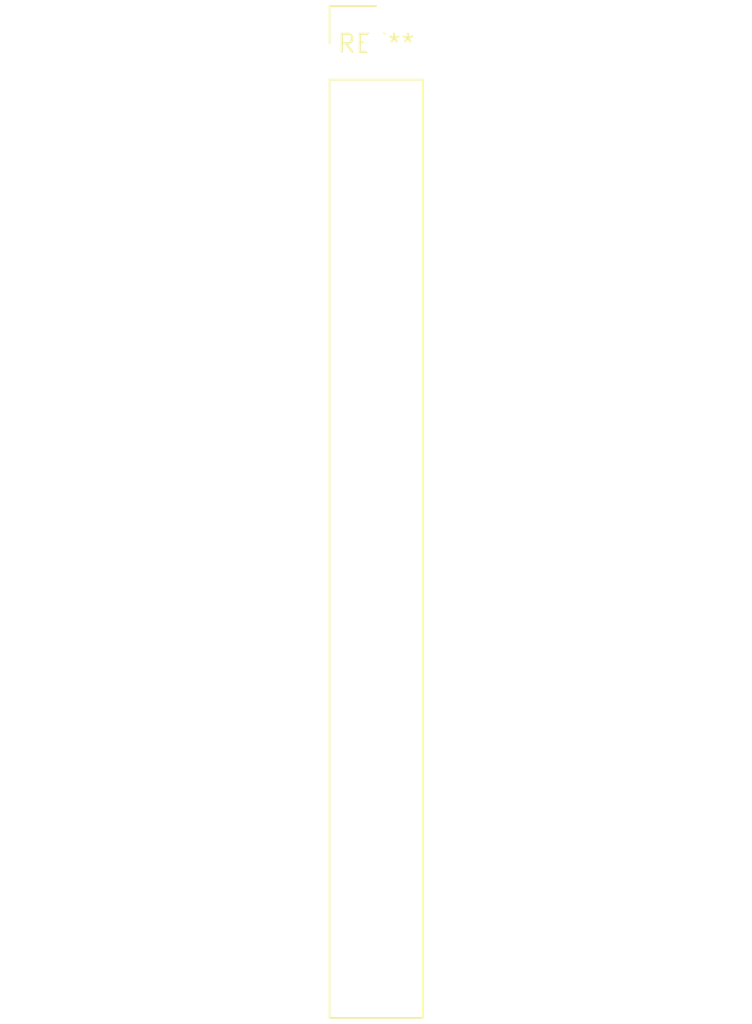
<source format=kicad_pcb>
(kicad_pcb (version 20240108) (generator pcbnew)
  (layers (0 "F.Cu" signal) (31 "B.Cu" signal) (34 "B.Paste" user) (35 "F.Paste" user) (36 "B.SilkS" user "B.Silkscreen") (37 "F.SilkS" user "F.Silkscreen") (38 "B.Mask" user) (39 "F.Mask" user) (44 "Edge.Cuts" user))
  (net 0 "")
  (footprint "Samtec_HPM-14-05-x-S_Straight_1x14_Pitch5.08mm" (layer "F.Cu") (at 0 0)
    (property "Reference" "REF**")
    (property "Value" "Samtec_HPM-14-05-x-S_Straight_1x14_Pitch5.08mm")
    (fp_line (start -3.285 -2.65) (end 0 -2.65) (layer "F.SilkS") (stroke (width 0.12)))
    (fp_line (start -3.285 0) (end -3.285 -2.65) (layer "F.SilkS") (stroke (width 0.12)))
    (fp_line (start -3.285 2.54) (end -3.285 68.69) (layer "F.SilkS") (stroke (width 0.12)))
    (fp_line (start -3.285 2.54) (end 3.285 2.54) (layer "F.SilkS") (stroke (width 0.12)))
    (fp_line (start -3.285 68.69) (end 3.285 68.69) (layer "F.SilkS") (stroke (width 0.12)))
    (fp_line (start 3.285 2.54) (end 3.285 68.69) (layer "F.SilkS") (stroke (width 0.12)))
    (pad "1" thru_hole rect (at 0 0) (size 2.8 2.8) (drill 1.75) (layers *.Cu *.Mask) (remove_unused_layers))
    (pad "2" thru_hole circle (at 0 5.08) (size 2.8 2.8) (drill 1.75) (layers *.Cu *.Mask) (remove_unused_layers))
    (pad "3" thru_hole circle (at 0 10.16) (size 2.8 2.8) (drill 1.75) (layers *.Cu *.Mask) (remove_unused_layers))
    (pad "4" thru_hole circle (at 0 15.24) (size 2.8 2.8) (drill 1.75) (layers *.Cu *.Mask) (remove_unused_layers))
    (pad "5" thru_hole circle (at 0 20.32) (size 2.8 2.8) (drill 1.75) (layers *.Cu *.Mask) (remove_unused_layers))
    (pad "6" thru_hole circle (at 0 25.4) (size 2.8 2.8) (drill 1.75) (layers *.Cu *.Mask) (remove_unused_layers))
    (pad "7" thru_hole circle (at 0 30.48) (size 2.8 2.8) (drill 1.75) (layers *.Cu *.Mask) (remove_unused_layers))
    (pad "8" thru_hole circle (at 0 35.56) (size 2.8 2.8) (drill 1.75) (layers *.Cu *.Mask) (remove_unused_layers))
    (pad "9" thru_hole circle (at 0 40.64) (size 2.8 2.8) (drill 1.75) (layers *.Cu *.Mask) (remove_unused_layers))
    (pad "10" thru_hole circle (at 0 45.72) (size 2.8 2.8) (drill 1.75) (layers *.Cu *.Mask) (remove_unused_layers))
    (pad "11" thru_hole circle (at 0 50.8) (size 2.8 2.8) (drill 1.75) (layers *.Cu *.Mask) (remove_unused_layers))
    (pad "12" thru_hole circle (at 0 55.88) (size 2.8 2.8) (drill 1.75) (layers *.Cu *.Mask) (remove_unused_layers))
    (pad "13" thru_hole circle (at 0 60.96) (size 2.8 2.8) (drill 1.75) (layers *.Cu *.Mask) (remove_unused_layers))
    (pad "14" thru_hole circle (at 0 66.04) (size 2.8 2.8) (drill 1.75) (layers *.Cu *.Mask) (remove_unused_layers))
  )
)
</source>
